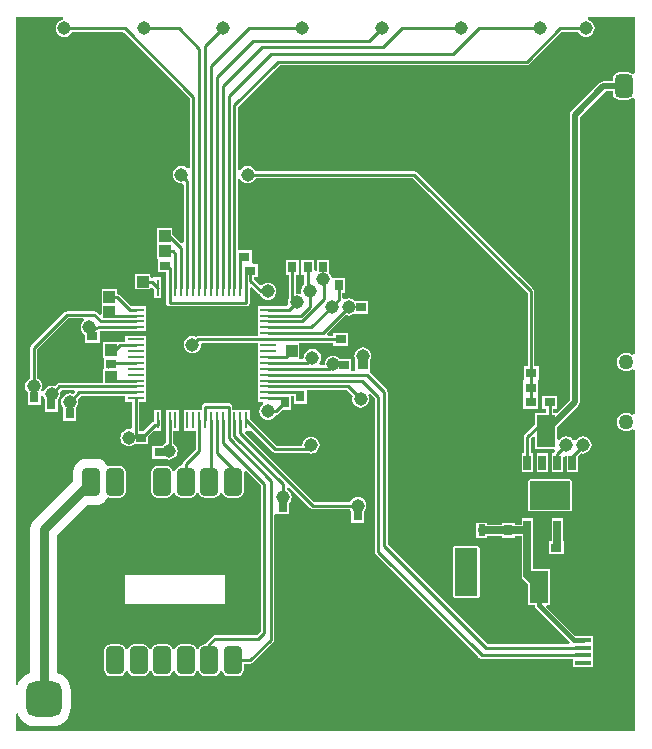
<source format=gbl>
G04*
G04 #@! TF.GenerationSoftware,Altium Limited,Altium Designer,19.0.5 (141)*
G04*
G04 Layer_Physical_Order=2*
G04 Layer_Color=16711680*
%FSLAX25Y25*%
%MOIN*%
G70*
G01*
G75*
%ADD11R,0.03100X0.03800*%
%ADD19C,0.01500*%
%ADD20C,0.01000*%
%ADD21C,0.02000*%
G04:AMPARAMS|DCode=22|XSize=59.06mil|YSize=78.74mil|CornerRadius=14.76mil|HoleSize=0mil|Usage=FLASHONLY|Rotation=0.000|XOffset=0mil|YOffset=0mil|HoleType=Round|Shape=RoundedRectangle|*
%AMROUNDEDRECTD22*
21,1,0.05906,0.04921,0,0,0.0*
21,1,0.02953,0.07874,0,0,0.0*
1,1,0.02953,0.01476,-0.02461*
1,1,0.02953,-0.01476,-0.02461*
1,1,0.02953,-0.01476,0.02461*
1,1,0.02953,0.01476,0.02461*
%
%ADD22ROUNDEDRECTD22*%
%ADD23C,0.05000*%
G04:AMPARAMS|DCode=24|XSize=118.11mil|YSize=118.11mil|CornerRadius=29.53mil|HoleSize=0mil|Usage=FLASHONLY|Rotation=0.000|XOffset=0mil|YOffset=0mil|HoleType=Round|Shape=RoundedRectangle|*
%AMROUNDEDRECTD24*
21,1,0.11811,0.05906,0,0,0.0*
21,1,0.05906,0.11811,0,0,0.0*
1,1,0.05906,0.02953,-0.02953*
1,1,0.05906,-0.02953,-0.02953*
1,1,0.05906,-0.02953,0.02953*
1,1,0.05906,0.02953,0.02953*
%
%ADD24ROUNDEDRECTD24*%
%ADD25C,0.04500*%
%ADD26R,0.03937X0.03937*%
%ADD27R,0.03800X0.03100*%
%ADD28R,0.06299X0.10630*%
%ADD29R,0.02756X0.05118*%
%ADD30R,0.06299X0.08268*%
%ADD31R,0.05315X0.01575*%
%ADD32R,0.07480X0.07087*%
G04:AMPARAMS|DCode=33|XSize=94.49mil|YSize=59.06mil|CornerRadius=14.76mil|HoleSize=0mil|Usage=FLASHONLY|Rotation=90.000|XOffset=0mil|YOffset=0mil|HoleType=Round|Shape=RoundedRectangle|*
%AMROUNDEDRECTD33*
21,1,0.09449,0.02953,0,0,90.0*
21,1,0.06496,0.05906,0,0,90.0*
1,1,0.02953,0.01476,0.03248*
1,1,0.02953,0.01476,-0.03248*
1,1,0.02953,-0.01476,-0.03248*
1,1,0.02953,-0.01476,0.03248*
%
%ADD33ROUNDEDRECTD33*%
%ADD34R,0.02362X0.03937*%
%ADD35R,0.05800X0.01100*%
%ADD36R,0.01100X0.05800*%
%ADD37C,0.03000*%
%ADD38C,0.02500*%
%ADD39R,0.07700X0.15932*%
G36*
X739477Y326502D02*
X738920Y326274D01*
X738677Y326223D01*
X738035Y326652D01*
X737224Y326813D01*
X734272D01*
X733462Y326652D01*
X732775Y326193D01*
X732316Y325506D01*
X732155Y324696D01*
Y323867D01*
X729048D01*
X728424Y323743D01*
X727894Y323389D01*
X718294Y313789D01*
X717941Y313260D01*
X717817Y312635D01*
Y217499D01*
X713468Y213150D01*
X712239D01*
Y214718D01*
X713618D01*
Y219018D01*
X708617D01*
Y214718D01*
X709996D01*
Y213222D01*
X709924Y213150D01*
X706110D01*
Y209336D01*
X702916Y206142D01*
X702672Y205778D01*
X702587Y205349D01*
X702587Y205349D01*
Y199813D01*
X701731D01*
Y193494D01*
X705687D01*
Y199813D01*
X704830D01*
Y204884D01*
X705371Y205425D01*
X706110Y205119D01*
Y201321D01*
X712616D01*
X712947Y200520D01*
X712916Y200489D01*
X712673Y200125D01*
X712610Y199813D01*
X711731D01*
Y193494D01*
X715687D01*
Y198560D01*
X716487Y199065D01*
X716731Y198949D01*
Y193494D01*
X720687D01*
Y199051D01*
X721488Y199853D01*
X722185Y199761D01*
X722929Y199859D01*
X723622Y200146D01*
X724218Y200603D01*
X724675Y201198D01*
X724962Y201891D01*
X725060Y202635D01*
X724962Y203379D01*
X724675Y204073D01*
X724218Y204668D01*
X723622Y205125D01*
X722929Y205412D01*
X722185Y205510D01*
X721441Y205412D01*
X720748Y205125D01*
X720152Y204668D01*
X719896Y204333D01*
X719720Y204273D01*
X719114D01*
X718938Y204333D01*
X718681Y204668D01*
X718085Y205125D01*
X717392Y205412D01*
X716648Y205510D01*
X715904Y205412D01*
X715211Y205125D01*
X714615Y204668D01*
X714409Y204400D01*
X713609Y204671D01*
Y208678D01*
X720602Y215670D01*
X720955Y216199D01*
X721079Y216824D01*
Y311960D01*
X729724Y320604D01*
X732155D01*
Y319775D01*
X732316Y318965D01*
X732775Y318278D01*
X733462Y317819D01*
X734272Y317658D01*
X737224D01*
X738035Y317819D01*
X738677Y318248D01*
X738920Y318196D01*
X739477Y317969D01*
Y232991D01*
X739325Y232864D01*
X738677Y232636D01*
X738225Y232983D01*
X737471Y233296D01*
X736661Y233402D01*
X735852Y233296D01*
X735098Y232983D01*
X734450Y232487D01*
X733954Y231839D01*
X733641Y231085D01*
X733535Y230276D01*
X733641Y229466D01*
X733954Y228712D01*
X734450Y228065D01*
X735098Y227568D01*
X735852Y227255D01*
X736661Y227149D01*
X737471Y227255D01*
X738225Y227568D01*
X738677Y227915D01*
X739325Y227687D01*
X739477Y227560D01*
Y212991D01*
X739325Y212864D01*
X738677Y212636D01*
X738225Y212983D01*
X737471Y213296D01*
X736661Y213402D01*
X735852Y213296D01*
X735098Y212983D01*
X734450Y212487D01*
X733954Y211839D01*
X733641Y211085D01*
X733535Y210276D01*
X733641Y209466D01*
X733954Y208712D01*
X734450Y208065D01*
X735098Y207568D01*
X735852Y207255D01*
X736661Y207149D01*
X737471Y207255D01*
X738225Y207568D01*
X738677Y207915D01*
X739325Y207687D01*
X739477Y207560D01*
Y107224D01*
X533059D01*
Y113064D01*
X533859Y113183D01*
X534014Y112672D01*
X534566Y111637D01*
X535310Y110731D01*
X536217Y109987D01*
X537251Y109434D01*
X538373Y109094D01*
X539540Y108979D01*
X545445D01*
X546612Y109094D01*
X547734Y109434D01*
X548769Y109987D01*
X549675Y110731D01*
X550419Y111637D01*
X550972Y112672D01*
X551312Y113794D01*
X551427Y114961D01*
Y120866D01*
X551312Y122033D01*
X550972Y123155D01*
X550419Y124189D01*
X549675Y125096D01*
X548769Y125840D01*
X547734Y126392D01*
X547031Y126606D01*
Y172621D01*
X556976Y182566D01*
X559797D01*
X560965Y182720D01*
X562054Y183171D01*
X562990Y183889D01*
X563707Y184824D01*
X563821Y185099D01*
X563908Y185125D01*
X564718Y184964D01*
X567671D01*
X568481Y185125D01*
X569168Y185584D01*
X569627Y186271D01*
X569788Y187081D01*
Y193577D01*
X569627Y194387D01*
X569168Y195074D01*
X568481Y195533D01*
X567671Y195694D01*
X564718D01*
X563908Y195533D01*
X563821Y195560D01*
X563707Y195835D01*
X562990Y196770D01*
X562054Y197487D01*
X560965Y197939D01*
X559797Y198092D01*
X556844D01*
X555676Y197939D01*
X554587Y197487D01*
X553652Y196770D01*
X552934Y195835D01*
X552483Y194746D01*
X552329Y193577D01*
Y190757D01*
X539283Y177711D01*
X538562Y176771D01*
X538108Y175676D01*
X537954Y174501D01*
Y126606D01*
X537251Y126392D01*
X536217Y125840D01*
X535310Y125096D01*
X534566Y124189D01*
X534014Y123155D01*
X533859Y122644D01*
X533059Y122763D01*
Y345138D01*
X548748D01*
X548800Y344338D01*
X548604Y344313D01*
X547911Y344025D01*
X547315Y343568D01*
X546859Y342973D01*
X546571Y342280D01*
X546473Y341536D01*
X546571Y340792D01*
X546859Y340099D01*
X547315Y339503D01*
X547911Y339046D01*
X548604Y338759D01*
X549348Y338661D01*
X550092Y338759D01*
X550785Y339046D01*
X551381Y339503D01*
X551837Y340099D01*
X551968Y340414D01*
X568978D01*
X591147Y318245D01*
Y295062D01*
X590429Y294793D01*
X590347Y294781D01*
X589769Y295225D01*
X589076Y295512D01*
X588332Y295610D01*
X587588Y295512D01*
X586894Y295225D01*
X586299Y294768D01*
X585842Y294173D01*
X585555Y293479D01*
X585457Y292735D01*
X585555Y291991D01*
X585842Y291298D01*
X586299Y290703D01*
X586894Y290246D01*
X587588Y289959D01*
X588332Y289861D01*
X588379Y289867D01*
X589179Y289165D01*
Y270222D01*
X588379Y269891D01*
X585317Y272953D01*
Y274981D01*
X580180D01*
Y270481D01*
X580180Y269844D01*
X580180D01*
Y269681D01*
X580180D01*
Y264544D01*
X580545Y264455D01*
Y260155D01*
X583273D01*
Y258605D01*
X583245D01*
Y251605D01*
X583273D01*
Y250005D01*
X583358Y249576D01*
X583602Y249212D01*
X583965Y248969D01*
X584395Y248883D01*
X609985D01*
X610414Y248969D01*
X610778Y249212D01*
X611021Y249576D01*
X611107Y250005D01*
Y251605D01*
X611135D01*
Y254881D01*
X611874Y255187D01*
X614000Y253062D01*
X614000Y253062D01*
X614363Y252819D01*
X614534Y252785D01*
X614686Y252418D01*
X615142Y251822D01*
X615738Y251365D01*
X616431Y251078D01*
X617175Y250980D01*
X617919Y251078D01*
X618612Y251365D01*
X619208Y251822D01*
X619665Y252418D01*
X619952Y253111D01*
X620050Y253855D01*
X619952Y254599D01*
X619665Y255292D01*
X619208Y255888D01*
X618612Y256344D01*
X617919Y256632D01*
X617175Y256730D01*
X616431Y256632D01*
X615738Y256344D01*
X615142Y255888D01*
X614395Y255839D01*
X612479Y257755D01*
X612510Y258555D01*
X613835D01*
Y262855D01*
X612493D01*
X611867Y263274D01*
Y267573D01*
X607170D01*
Y291112D01*
X607923Y291290D01*
X607970Y291284D01*
X608415Y290703D01*
X609011Y290246D01*
X609704Y289959D01*
X610448Y289861D01*
X611192Y289959D01*
X611885Y290246D01*
X612481Y290703D01*
X612937Y291298D01*
X613068Y291614D01*
X665584D01*
X703777Y253421D01*
Y228785D01*
X702398D01*
Y224485D01*
X702398D01*
X702317Y223873D01*
X702317D01*
X702317Y223719D01*
Y219573D01*
X702317D01*
Y219018D01*
X702317D01*
Y214718D01*
X707317D01*
Y219018D01*
X707318D01*
Y219573D01*
X707317D01*
Y223873D01*
X707318D01*
X707398Y224485D01*
X707398D01*
X707398Y224640D01*
Y228785D01*
X706020D01*
Y253885D01*
X706020Y253885D01*
X705934Y254315D01*
X705691Y254679D01*
X705691Y254679D01*
X666841Y293529D01*
X666477Y293772D01*
X666048Y293857D01*
X666048Y293857D01*
X613068D01*
X612937Y294173D01*
X612481Y294768D01*
X611885Y295225D01*
X611192Y295512D01*
X610448Y295610D01*
X609704Y295512D01*
X609011Y295225D01*
X608415Y294768D01*
X607970Y294187D01*
X607923Y294181D01*
X607170Y294359D01*
Y315345D01*
X621139Y329314D01*
X703448D01*
X703448Y329314D01*
X703877Y329399D01*
X704241Y329642D01*
X715013Y340414D01*
X720567D01*
X720698Y340099D01*
X721155Y339503D01*
X721750Y339046D01*
X722443Y338759D01*
X723187Y338661D01*
X723931Y338759D01*
X724625Y339046D01*
X725220Y339503D01*
X725677Y340099D01*
X725964Y340792D01*
X726062Y341536D01*
X725964Y342280D01*
X725677Y342973D01*
X725220Y343568D01*
X724625Y344025D01*
X723931Y344313D01*
X723735Y344338D01*
X723788Y345138D01*
X739477D01*
Y326502D01*
D02*
G37*
%LPC*%
G36*
X637698Y264285D02*
X633398D01*
Y260602D01*
X632598Y261013D01*
Y264285D01*
X628298D01*
Y259285D01*
X629326D01*
Y256279D01*
X629129Y256128D01*
X628672Y255533D01*
X628385Y254839D01*
X628287Y254095D01*
X628373Y253444D01*
X628161Y253178D01*
X627729Y252845D01*
X627519Y252932D01*
X626775Y253029D01*
X626470Y253297D01*
Y259285D01*
X627498D01*
Y264285D01*
X623198D01*
Y259285D01*
X624227D01*
Y251582D01*
X624227Y251582D01*
X624244Y251493D01*
X623998Y250899D01*
X623901Y250155D01*
X623974Y249599D01*
X623630Y249077D01*
X623369Y248840D01*
X620871D01*
Y248869D01*
X613871D01*
Y246569D01*
Y242632D01*
Y238998D01*
X593856D01*
X593856Y238998D01*
X593427Y238912D01*
X593063Y238669D01*
X592747Y238800D01*
X592003Y238898D01*
X591259Y238800D01*
X590566Y238513D01*
X589970Y238056D01*
X589514Y237461D01*
X589226Y236768D01*
X589129Y236024D01*
X589226Y235280D01*
X589514Y234586D01*
X589970Y233991D01*
X590566Y233534D01*
X591259Y233247D01*
X592003Y233149D01*
X592747Y233247D01*
X593440Y233534D01*
X594036Y233991D01*
X594493Y234586D01*
X594780Y235280D01*
X594878Y236024D01*
X594861Y236153D01*
X595388Y236755D01*
X613871D01*
Y232789D01*
Y228852D01*
Y224915D01*
Y220978D01*
Y217041D01*
X615409D01*
X615592Y216643D01*
X615629Y216241D01*
X615142Y215868D01*
X614686Y215273D01*
X614398Y214579D01*
X614300Y213835D01*
X614398Y213091D01*
X614686Y212398D01*
X615142Y211803D01*
X615738Y211346D01*
X616431Y211059D01*
X617175Y210961D01*
X617919Y211059D01*
X618612Y211346D01*
X619208Y211803D01*
X619665Y212398D01*
X619783Y212683D01*
X619844D01*
X619844Y212683D01*
X620273Y212769D01*
X620637Y213012D01*
X621966Y214341D01*
X625030D01*
Y219038D01*
X625893D01*
Y216310D01*
X630193D01*
Y221007D01*
X643441D01*
X645452Y218995D01*
X645321Y218679D01*
X645223Y217935D01*
X645321Y217191D01*
X645609Y216498D01*
X646065Y215903D01*
X646661Y215446D01*
X647354Y215159D01*
X648098Y215061D01*
X648842Y215159D01*
X649535Y215446D01*
X650131Y215903D01*
X650588Y216498D01*
X650875Y217191D01*
X650973Y217935D01*
X650875Y218679D01*
X650588Y219373D01*
X651243Y219782D01*
X652863Y218162D01*
Y166987D01*
X652863Y166987D01*
X652948Y166558D01*
X653191Y166194D01*
X687708Y131678D01*
X687708Y131678D01*
X688071Y131435D01*
X688501Y131349D01*
X688501Y131349D01*
X718935D01*
Y128524D01*
X725450D01*
Y131084D01*
Y133642D01*
Y136202D01*
Y138976D01*
X719665D01*
X709980Y148661D01*
X710287Y149400D01*
X711277D01*
Y161230D01*
X705595D01*
Y171841D01*
X705687D01*
Y178159D01*
X701731D01*
Y176046D01*
X699441D01*
Y176660D01*
X695141D01*
Y176046D01*
X690277D01*
Y176728D01*
X686715D01*
Y174688D01*
X686610Y174160D01*
X686715Y173631D01*
Y171591D01*
X690277D01*
Y172274D01*
X695141D01*
Y171660D01*
X699441D01*
Y172274D01*
X701731D01*
Y171841D01*
X701822D01*
Y159134D01*
X701966Y158412D01*
X702375Y157800D01*
X703778Y156397D01*
Y149400D01*
X706151D01*
Y149167D01*
X706256Y148641D01*
X706554Y148194D01*
X717797Y136951D01*
X717465Y136152D01*
X690482D01*
X657074Y169559D01*
Y220341D01*
X656989Y220770D01*
X656746Y221134D01*
X656746Y221134D01*
X651567Y226313D01*
X651259Y226985D01*
Y230703D01*
X651332Y230798D01*
X651619Y231491D01*
X651717Y232235D01*
X651619Y232979D01*
X651332Y233673D01*
X650875Y234268D01*
X650279Y234725D01*
X649586Y235012D01*
X648842Y235110D01*
X648098Y235012D01*
X647405Y234725D01*
X646809Y234268D01*
X646353Y233673D01*
X646065Y232979D01*
X645967Y232235D01*
X646065Y231491D01*
X646259Y231025D01*
Y227187D01*
X644959D01*
Y231285D01*
X641197D01*
X640981Y231568D01*
X640385Y232025D01*
X639692Y232312D01*
X638948Y232410D01*
X638204Y232312D01*
X637511Y232025D01*
X636915Y231568D01*
X636459Y230973D01*
X636171Y230279D01*
X636073Y229535D01*
X635740Y229155D01*
X634618D01*
X634605Y229169D01*
X634274Y229955D01*
X634538Y230298D01*
X634825Y230991D01*
X634923Y231735D01*
X634825Y232479D01*
X634538Y233173D01*
X634081Y233768D01*
X633485Y234225D01*
X632792Y234512D01*
X632048Y234610D01*
X631304Y234512D01*
X630611Y234225D01*
X630015Y233768D01*
X629559Y233173D01*
X629271Y232479D01*
X629173Y231735D01*
X629175Y231725D01*
X628647Y231124D01*
X628412D01*
X627716Y231377D01*
Y236514D01*
X628417Y236755D01*
X638998D01*
Y235685D01*
X643998D01*
Y239985D01*
X638998D01*
Y238998D01*
X637328D01*
X636997Y239798D01*
X643188Y245990D01*
X643504Y245859D01*
X644248Y245761D01*
X644992Y245859D01*
X645685Y246146D01*
X645997Y246385D01*
X650598D01*
Y250685D01*
X646258D01*
X645685Y251125D01*
X644992Y251412D01*
X644248Y251510D01*
X643504Y251412D01*
X642811Y251125D01*
X642744Y251074D01*
X641970Y251488D01*
Y253435D01*
X642998D01*
Y258435D01*
X639081D01*
X638698Y258435D01*
X638218Y259037D01*
X638037Y259473D01*
X637698Y259915D01*
Y264285D01*
D02*
G37*
G36*
X578017Y259581D02*
X572880D01*
Y254444D01*
X578017D01*
Y254797D01*
X578707Y255093D01*
X579308Y254606D01*
Y251605D01*
X581608D01*
Y258605D01*
X579308D01*
Y258605D01*
X578550Y258134D01*
X578017Y258667D01*
Y259581D01*
D02*
G37*
G36*
X566917Y254481D02*
X561779D01*
Y249344D01*
Y246235D01*
X561040Y245929D01*
X560141Y246829D01*
X559777Y247072D01*
X559348Y247157D01*
X559348Y247157D01*
X550148D01*
X550148Y247157D01*
X549719Y247072D01*
X549355Y246829D01*
X549355Y246829D01*
X538346Y235819D01*
X538102Y235455D01*
X538017Y235026D01*
X538017Y235026D01*
Y224824D01*
X537701Y224693D01*
X537106Y224236D01*
X536649Y223641D01*
X536362Y222947D01*
X536264Y222203D01*
X536362Y221459D01*
X536649Y220766D01*
X537106Y220171D01*
X537198Y220100D01*
Y216055D01*
X541498D01*
Y218942D01*
X542211Y219152D01*
X542262Y219156D01*
X542344Y218809D01*
X542631Y218116D01*
X542898Y217768D01*
Y213662D01*
X547198D01*
Y217579D01*
X547610Y218116D01*
X547897Y218809D01*
X547995Y219553D01*
X547897Y220297D01*
X547888Y220319D01*
X548418Y221007D01*
X552488D01*
X552820Y220207D01*
X552162Y219549D01*
X551847Y219680D01*
X551103Y219778D01*
X550359Y219680D01*
X549665Y219393D01*
X549070Y218936D01*
X548613Y218341D01*
X548326Y217647D01*
X548228Y216903D01*
X548326Y216159D01*
X548613Y215466D01*
X548953Y215024D01*
Y210685D01*
X553253D01*
Y215024D01*
X553592Y215466D01*
X553879Y216159D01*
X553977Y216903D01*
X553879Y217647D01*
X553748Y217963D01*
X554823Y219038D01*
X569571D01*
Y217041D01*
X571950D01*
Y208425D01*
X571150Y207839D01*
X570843Y207879D01*
X570099Y207782D01*
X569405Y207494D01*
X568810Y207038D01*
X568353Y206442D01*
X568066Y205749D01*
X567968Y205005D01*
X568066Y204261D01*
X568353Y203568D01*
X568810Y202972D01*
X569405Y202516D01*
X570099Y202228D01*
X570843Y202130D01*
X571587Y202228D01*
X572280Y202516D01*
X572722Y202855D01*
X577276D01*
Y205569D01*
X578656Y206949D01*
X579308Y207305D01*
Y207305D01*
X579308Y207305D01*
X581608D01*
Y214305D01*
X579308D01*
Y210432D01*
X579033Y210377D01*
X578669Y210134D01*
X578669Y210134D01*
X575690Y207155D01*
X574193D01*
Y217041D01*
X576571D01*
Y219010D01*
Y222947D01*
Y226884D01*
Y230821D01*
Y234758D01*
Y239026D01*
X569571D01*
Y237029D01*
X567877D01*
X567877Y237029D01*
X567448Y236944D01*
X567354Y236881D01*
X562380D01*
Y231744D01*
X562393D01*
Y228004D01*
X562380D01*
Y223250D01*
X547695D01*
X547695Y223250D01*
X547266Y223164D01*
X546902Y222921D01*
X546902Y222921D01*
X546180Y222199D01*
X545865Y222330D01*
X545121Y222428D01*
X544377Y222330D01*
X543683Y222043D01*
X543088Y221586D01*
X542631Y220991D01*
X542503Y220681D01*
X541648Y220708D01*
X541628Y220766D01*
X541915Y221459D01*
X542013Y222203D01*
X541915Y222947D01*
X541628Y223641D01*
X541171Y224236D01*
X540576Y224693D01*
X540260Y224824D01*
Y234561D01*
X550613Y244914D01*
X555640D01*
X555911Y244114D01*
X555591Y243868D01*
X555134Y243273D01*
X554847Y242579D01*
X554749Y241835D01*
X554847Y241091D01*
X555134Y240398D01*
X555591Y239803D01*
X556093Y239418D01*
Y236695D01*
X561093D01*
Y240692D01*
X569571D01*
Y240663D01*
X576571D01*
Y244600D01*
Y248869D01*
X571521D01*
X567684Y252706D01*
X567320Y252949D01*
X566917Y253029D01*
Y254481D01*
D02*
G37*
G36*
X604080Y216527D02*
X596206D01*
X595776Y216441D01*
X595413Y216198D01*
X595169Y215834D01*
X595084Y215405D01*
Y214305D01*
X589150D01*
Y207305D01*
X593116D01*
Y201164D01*
X589024Y197072D01*
X588780Y196708D01*
X588695Y196279D01*
X588213Y195669D01*
X587530Y195533D01*
X586843Y195074D01*
X586384Y194387D01*
X586287Y193901D01*
X585472D01*
X585375Y194387D01*
X584916Y195074D01*
X584229Y195533D01*
X583419Y195694D01*
X580466D01*
X579656Y195533D01*
X578969Y195074D01*
X578510Y194387D01*
X578349Y193577D01*
Y187081D01*
X578510Y186271D01*
X578969Y185584D01*
X579656Y185125D01*
X580466Y184964D01*
X583419D01*
X584229Y185125D01*
X584916Y185584D01*
X585375Y186271D01*
X585472Y186758D01*
X586287D01*
X586384Y186271D01*
X586843Y185584D01*
X587530Y185125D01*
X588340Y184964D01*
X591293D01*
X592103Y185125D01*
X592790Y185584D01*
X593249Y186271D01*
X593346Y186758D01*
X594162D01*
X594258Y186271D01*
X594717Y185584D01*
X595404Y185125D01*
X596214Y184964D01*
X599167D01*
X599977Y185125D01*
X600664Y185584D01*
X601123Y186271D01*
X601220Y186758D01*
X602036D01*
X602132Y186271D01*
X602591Y185584D01*
X603278Y185125D01*
X604088Y184964D01*
X607041D01*
X607851Y185125D01*
X608538Y185584D01*
X608997Y186271D01*
X609158Y187081D01*
Y193577D01*
X609151Y193615D01*
X609888Y194009D01*
X614721Y189176D01*
Y140369D01*
X613578Y139226D01*
X599543D01*
X599543Y139226D01*
X599113Y139141D01*
X598750Y138898D01*
X598750Y138898D01*
X596898Y137046D01*
X596655Y136682D01*
X596569Y136253D01*
X596271Y136247D01*
X596214Y136246D01*
X595404Y136084D01*
X594717Y135626D01*
X594258Y134939D01*
X594162Y134452D01*
X593346D01*
X593249Y134939D01*
X592790Y135626D01*
X592103Y136084D01*
X591293Y136246D01*
X588340D01*
X587530Y136084D01*
X586843Y135626D01*
X586384Y134939D01*
X586287Y134452D01*
X585472D01*
X585375Y134939D01*
X584916Y135626D01*
X584229Y136084D01*
X583419Y136246D01*
X580466D01*
X579656Y136084D01*
X578969Y135626D01*
X578510Y134939D01*
X578413Y134452D01*
X577598D01*
X577501Y134939D01*
X577042Y135626D01*
X576355Y136084D01*
X575545Y136246D01*
X572592D01*
X571782Y136084D01*
X571095Y135626D01*
X570636Y134939D01*
X570539Y134452D01*
X569724D01*
X569627Y134939D01*
X569168Y135626D01*
X568481Y136084D01*
X567671Y136246D01*
X564718D01*
X563908Y136084D01*
X563221Y135626D01*
X562762Y134939D01*
X562601Y134129D01*
Y127632D01*
X562762Y126822D01*
X563221Y126136D01*
X563908Y125677D01*
X564718Y125515D01*
X567671D01*
X568481Y125677D01*
X569168Y126136D01*
X569627Y126822D01*
X569724Y127309D01*
X570539D01*
X570636Y126822D01*
X571095Y126136D01*
X571782Y125677D01*
X572592Y125515D01*
X575545D01*
X576355Y125677D01*
X577042Y126136D01*
X577501Y126822D01*
X577598Y127309D01*
X578413D01*
X578510Y126822D01*
X578969Y126136D01*
X579656Y125677D01*
X580466Y125515D01*
X583419D01*
X584229Y125677D01*
X584916Y126136D01*
X585375Y126822D01*
X585472Y127310D01*
X586287D01*
X586384Y126822D01*
X586843Y126136D01*
X587530Y125677D01*
X588340Y125515D01*
X591293D01*
X592103Y125677D01*
X592790Y126136D01*
X593249Y126822D01*
X593346Y127309D01*
X594162D01*
X594258Y126822D01*
X594717Y126136D01*
X595404Y125677D01*
X596214Y125515D01*
X599167D01*
X599977Y125677D01*
X600664Y126136D01*
X601123Y126822D01*
X601220Y127309D01*
X602036D01*
X602132Y126822D01*
X602591Y126136D01*
X603278Y125677D01*
X604088Y125515D01*
X607041D01*
X607851Y125677D01*
X608538Y126136D01*
X608997Y126822D01*
X609158Y127632D01*
Y129759D01*
X611363D01*
X611363Y129759D01*
X611792Y129844D01*
X612156Y130087D01*
X618936Y136867D01*
X618936Y136867D01*
X619179Y137231D01*
X619264Y137660D01*
X619264Y137660D01*
Y179376D01*
X619998Y179535D01*
Y179535D01*
X624298D01*
Y183235D01*
X624731Y183798D01*
X625018Y184491D01*
X625116Y185235D01*
X625018Y185979D01*
X624731Y186673D01*
X624274Y187268D01*
X623678Y187725D01*
X623584Y187764D01*
Y188302D01*
X624370Y188627D01*
X631355Y181642D01*
X631719Y181399D01*
X632148Y181314D01*
X632148Y181314D01*
X644528D01*
X644659Y180998D01*
X644998Y180556D01*
Y176685D01*
X649298D01*
Y180556D01*
X649638Y180998D01*
X649925Y181691D01*
X650023Y182435D01*
X649925Y183179D01*
X649638Y183873D01*
X649181Y184468D01*
X648585Y184925D01*
X647892Y185212D01*
X647148Y185310D01*
X646404Y185212D01*
X645711Y184925D01*
X645115Y184468D01*
X644659Y183873D01*
X644528Y183557D01*
X632613D01*
X609665Y206505D01*
X609996Y207305D01*
X611135D01*
Y207305D01*
X611675Y207529D01*
X618792Y200412D01*
X619156Y200169D01*
X619585Y200083D01*
X619585Y200083D01*
X630067D01*
X630085Y200070D01*
X630779Y199782D01*
X631523Y199685D01*
X632267Y199782D01*
X632960Y200070D01*
X633555Y200526D01*
X634012Y201122D01*
X634299Y201815D01*
X634397Y202559D01*
X634299Y203303D01*
X634012Y203996D01*
X633555Y204592D01*
X632960Y205048D01*
X632267Y205336D01*
X631523Y205434D01*
X630779Y205336D01*
X630085Y205048D01*
X629490Y204592D01*
X629033Y203996D01*
X628746Y203303D01*
X628648Y202559D01*
X628444Y202326D01*
X620050D01*
X611135Y211241D01*
Y214305D01*
X605201D01*
Y215405D01*
X605116Y215834D01*
X604873Y216198D01*
X604509Y216441D01*
X604080Y216527D01*
D02*
G37*
G36*
X587513Y214305D02*
X583245D01*
Y207305D01*
X583273D01*
Y203316D01*
X582811Y203125D01*
X582215Y202668D01*
X581998Y202385D01*
X578598D01*
Y198085D01*
X582957D01*
X583504Y197859D01*
X584248Y197761D01*
X584992Y197859D01*
X585685Y198146D01*
X586281Y198603D01*
X586737Y199198D01*
X587025Y199891D01*
X587123Y200635D01*
X587025Y201379D01*
X586737Y202073D01*
X586281Y202668D01*
X585685Y203125D01*
X585516Y203195D01*
Y207305D01*
X587513D01*
Y214305D01*
D02*
G37*
G36*
X710687Y199813D02*
X706731D01*
Y193494D01*
X710687D01*
Y199813D01*
D02*
G37*
G36*
X717902Y191201D02*
X704514D01*
X704055Y191010D01*
X703865Y190551D01*
Y181101D01*
X704055Y180642D01*
X704514Y180452D01*
X717902D01*
X718361Y180642D01*
X718551Y181101D01*
Y190551D01*
X718361Y191010D01*
X717902Y191201D01*
D02*
G37*
G36*
X715687Y178159D02*
X711731D01*
Y171841D01*
X711822D01*
Y170501D01*
X710835D01*
Y166200D01*
X715835D01*
Y170501D01*
X715595D01*
Y171841D01*
X715687D01*
Y178159D01*
D02*
G37*
G36*
X686537Y168854D02*
X682975D01*
Y168841D01*
X679396D01*
X678937Y168650D01*
X678747Y168191D01*
Y152259D01*
X678937Y151800D01*
X679396Y151610D01*
X687096D01*
X687555Y151800D01*
X687745Y152259D01*
Y158941D01*
X687846D01*
Y163241D01*
X687745D01*
Y168191D01*
X687555Y168650D01*
X687096Y168841D01*
X686537D01*
Y168854D01*
D02*
G37*
G36*
X603006Y159424D02*
X569541Y159424D01*
Y149581D01*
X603006Y149581D01*
Y159424D01*
D02*
G37*
%LPD*%
G36*
X717902Y181101D02*
X704514D01*
Y190551D01*
X717902D01*
Y181101D01*
D02*
G37*
D11*
X630448Y268085D02*
D03*
Y261785D02*
D03*
X635548Y268085D02*
D03*
Y261785D02*
D03*
X625348Y268085D02*
D03*
Y261785D02*
D03*
X640848Y262235D02*
D03*
Y255935D02*
D03*
X647148Y172885D02*
D03*
Y179185D02*
D03*
X622148Y175735D02*
D03*
Y182035D02*
D03*
X551103Y206885D02*
D03*
Y213185D02*
D03*
X545048Y209862D02*
D03*
Y216162D02*
D03*
X539348Y212255D02*
D03*
Y218555D02*
D03*
X697291Y174160D02*
D03*
Y167860D02*
D03*
X628043Y218810D02*
D03*
Y212510D02*
D03*
X622880Y216841D02*
D03*
Y210541D02*
D03*
D19*
X707528Y149167D02*
Y155315D01*
Y149167D02*
X719106Y137589D01*
X722193D01*
D20*
X561043Y241813D02*
G03*
X558593Y239363I0J-2450D01*
G01*
X623174Y231971D02*
X625148Y233945D01*
X617371Y231971D02*
X623174D01*
X588332Y255105D02*
Y268352D01*
X584271Y272413D02*
X588332Y268352D01*
X582748Y272413D02*
X584271D01*
X582748Y267113D02*
X585578D01*
X586363Y266327D01*
Y255105D02*
Y266327D01*
X578550Y257013D02*
X580458Y255105D01*
X575448Y257013D02*
X578550D01*
X564348Y251913D02*
X566891D01*
X571085Y247719D01*
X573071D01*
X564348Y246913D02*
X565510Y245750D01*
X573071D01*
X564948Y225435D02*
X566287Y224097D01*
X573071D01*
X566195Y234225D02*
X567877Y235908D01*
X573071D01*
X609985Y255105D02*
Y260705D01*
X582343Y262407D02*
X583045Y261705D01*
X584395D01*
X561043Y241813D02*
X573071D01*
Y205005D02*
Y218191D01*
X539139Y222203D02*
Y235026D01*
X550148Y246035D01*
X559348D01*
X561602Y243782D01*
X573071D01*
X592269Y255105D02*
Y318709D01*
X569442Y341536D02*
X592269Y318709D01*
X549348Y341536D02*
X569442D01*
X594237Y255105D02*
Y334714D01*
X587415Y341536D02*
X594237Y334714D01*
X575782Y341536D02*
X587415D01*
X714548D02*
X723187D01*
X703448Y330435D02*
X714548Y341536D01*
X620675Y330435D02*
X703448D01*
X687548Y341536D02*
X707953D01*
X678948Y332935D02*
X687548Y341536D01*
X618210Y332935D02*
X678948D01*
X661848Y341536D02*
X681519D01*
X655548Y335235D02*
X661848Y341536D01*
X615148Y335235D02*
X655548D01*
X606048Y315809D02*
X620675Y330435D01*
X604080Y318805D02*
X618210Y332935D01*
X602111Y322199D02*
X615148Y335235D01*
X650984Y337435D02*
X655085Y341536D01*
X612348Y337435D02*
X650984D01*
X600143Y325230D02*
X612348Y337435D01*
X590300Y255105D02*
Y290767D01*
X588332Y292735D02*
X590300Y290767D01*
X610448Y292735D02*
X666048D01*
X704898Y253885D01*
Y226635D02*
Y253885D01*
X630315Y230002D02*
X632048Y231735D01*
X617371Y230002D02*
X630315D01*
X637446Y228034D02*
X638948Y229535D01*
X617371Y228034D02*
X637446D01*
X643905Y222128D02*
X648098Y217935D01*
X617371Y222128D02*
X643905D01*
X718709Y198659D02*
X722685Y202635D01*
X718709Y196653D02*
Y198659D01*
X713709Y199696D02*
X716648Y202635D01*
X713709Y196653D02*
Y199696D01*
X632148Y182435D02*
X647148D01*
X608017Y206567D02*
X632148Y182435D01*
X622241Y185235D02*
Y189442D01*
X606048Y205635D02*
X622241Y189442D01*
X608017Y206567D02*
Y210805D01*
X606048Y205635D02*
Y210805D01*
X618143Y137660D02*
Y190741D01*
X604080Y204804D02*
X618143Y190741D01*
X604080Y204804D02*
Y210805D01*
X615843Y139905D02*
Y189641D01*
X602111Y203372D02*
X615843Y189641D01*
X602111Y203372D02*
Y210805D01*
X619585Y201205D02*
X631480D01*
X609985Y210805D02*
X619585Y201205D01*
X630448Y254809D02*
X631162Y254095D01*
X630448Y254809D02*
Y261785D01*
X625348Y251582D02*
X626775Y250155D01*
X625348Y251582D02*
Y261785D01*
X638448Y248735D02*
X640848Y251135D01*
Y255935D01*
X641457Y237876D02*
X641498Y237835D01*
X617371Y237876D02*
X641457D01*
X592003Y236024D02*
X593856Y237876D01*
X617371D01*
Y239845D02*
X635457D01*
X617371Y241813D02*
X631526D01*
X584248Y200635D02*
X584395Y200782D01*
Y210805D01*
X551103Y216903D02*
X554359Y220160D01*
X573071D01*
X545121Y219553D02*
X547695Y222128D01*
X573071D01*
X631526Y241813D02*
X638448Y248735D01*
X635457Y239845D02*
X644248Y248635D01*
X635548Y258035D02*
X636048Y257535D01*
Y251235D02*
Y257535D01*
X628594Y243782D02*
X636048Y251235D01*
X617371Y243782D02*
X628594D01*
X631162Y248736D02*
Y254095D01*
X628176Y245750D02*
X631162Y248736D01*
X617371Y245750D02*
X628176D01*
X624339Y247719D02*
X626775Y250155D01*
X617371Y247719D02*
X624339D01*
X606048Y255105D02*
Y315809D01*
X604080Y255105D02*
Y318805D01*
X602111Y255105D02*
Y322199D01*
X600143Y255105D02*
Y325230D01*
X610848Y341536D02*
X628651D01*
X598174Y328861D02*
X610848Y341536D01*
X598174Y255105D02*
Y328861D01*
X596206Y335525D02*
X602216Y341536D01*
X596206Y255105D02*
Y335525D01*
X703709Y205349D02*
X711118Y212757D01*
X703709Y196653D02*
Y205349D01*
X711118Y212757D02*
Y216868D01*
X704817Y221723D02*
X704898Y221803D01*
Y226635D01*
X704817Y216868D02*
Y221723D01*
X688501Y132471D02*
X722193D01*
X653984Y166987D02*
X688501Y132471D01*
X653984Y166987D02*
Y218627D01*
X648514Y224097D02*
X653984Y218627D01*
X617371Y224097D02*
X648514D01*
X617371Y226065D02*
X650229D01*
X655953Y220341D01*
Y169095D02*
Y220341D01*
Y169095D02*
X690017Y135030D01*
X722193D01*
X614793Y253855D02*
X617175D01*
X611335Y257312D02*
X614793Y253855D01*
X589817Y196279D02*
X594237Y200699D01*
X617371Y220160D02*
X626843D01*
X584395Y250005D02*
X609985D01*
X598174Y190813D02*
Y210805D01*
X611363Y130880D02*
X618143Y137660D01*
X614043Y138105D02*
X615843Y139905D01*
X564893Y230002D02*
X573071D01*
X574776Y205005D02*
X575126D01*
X579462Y209341D01*
X596206Y215405D02*
X604080D01*
X619844Y213805D02*
X622880Y216841D01*
X621530Y218191D02*
X622880Y216841D01*
X597691Y190329D02*
X598174Y190813D01*
X599543Y138105D02*
X614043D01*
X597691Y136253D02*
X599543Y138105D01*
X605565Y130880D02*
X611363D01*
X684496Y154791D02*
X684756Y155051D01*
X597691Y130880D02*
Y136253D01*
X600143Y200054D02*
Y210805D01*
Y200054D02*
X605565Y194632D01*
X608017Y255105D02*
Y265423D01*
X584395Y250005D02*
Y255105D01*
Y261705D01*
X589817Y190329D02*
Y196279D01*
X596206Y210805D02*
Y215405D01*
X594237Y200699D02*
Y210805D01*
X604080D02*
Y215405D01*
X609985Y250005D02*
Y255105D01*
X611335Y257312D02*
Y260705D01*
X563843Y228952D02*
X564893Y230002D01*
X563843Y228652D02*
Y228952D01*
X580458Y209391D02*
Y210805D01*
X580408Y209341D02*
X580458Y209391D01*
X579462Y209341D02*
X580408D01*
X605565Y190329D02*
Y194632D01*
X609985Y260705D02*
X611335D01*
X608017Y265423D02*
X609367D01*
X617443Y213805D02*
X619844D01*
X617371Y218191D02*
X621530D01*
D21*
X709860Y207235D02*
X719448Y216824D01*
Y312635D01*
X729048Y322235D01*
X735748D01*
D22*
D03*
Y312635D02*
D03*
D23*
X736661Y220276D02*
D03*
Y230276D02*
D03*
Y210276D02*
D03*
D24*
X542493Y117913D02*
D03*
D25*
X620548Y268352D02*
D03*
X634248Y303135D02*
D03*
X543648Y312435D02*
D03*
X543848Y265135D02*
D03*
X544448Y200412D02*
D03*
X729348Y293035D02*
D03*
Y244435D02*
D03*
Y216903D02*
D03*
Y171035D02*
D03*
X554548Y118035D02*
D03*
X704248D02*
D03*
X629398D02*
D03*
X552348Y132435D02*
D03*
X601748Y178235D02*
D03*
X552348Y159635D02*
D03*
X584748Y221459D02*
D03*
X607248D02*
D03*
X634825Y211635D02*
D03*
X617175Y213835D02*
D03*
X588332Y292735D02*
D03*
X610448D02*
D03*
X648842Y232235D02*
D03*
X632048Y231735D02*
D03*
X638948Y229535D02*
D03*
X648098Y217935D02*
D03*
X722185Y202635D02*
D03*
X716648D02*
D03*
X647148Y182435D02*
D03*
X622241Y185235D02*
D03*
X584248Y200635D02*
D03*
X551103Y216903D02*
D03*
X545121Y219553D02*
D03*
X539139Y222203D02*
D03*
X557624Y241835D02*
D03*
X592003Y236024D02*
D03*
X644248Y248635D02*
D03*
X638448Y248735D02*
D03*
X635548Y258035D02*
D03*
X631162Y254095D02*
D03*
X626775Y250155D02*
D03*
X723187Y341536D02*
D03*
X707953D02*
D03*
X681519D02*
D03*
X655085D02*
D03*
X628651D02*
D03*
X602216D02*
D03*
X575782D02*
D03*
X549348D02*
D03*
X631523Y202559D02*
D03*
X617175Y253855D02*
D03*
X683346Y154791D02*
D03*
X566443Y188205D02*
D03*
X570843Y205005D02*
D03*
D26*
X625148Y233945D02*
D03*
X582748Y272413D02*
D03*
Y267113D02*
D03*
X575448Y257013D02*
D03*
X564348Y251913D02*
D03*
Y246913D02*
D03*
X564948Y234313D02*
D03*
Y225435D02*
D03*
D27*
X642459Y229135D02*
D03*
X648759D02*
D03*
X654398Y248535D02*
D03*
X648098D02*
D03*
X647798Y237835D02*
D03*
X641498D02*
D03*
X574798Y200235D02*
D03*
X581098D02*
D03*
X711198Y226635D02*
D03*
X704898D02*
D03*
X713335Y168351D02*
D03*
X719635D02*
D03*
X611335Y260705D02*
D03*
X617635D02*
D03*
X558593Y238845D02*
D03*
X564893D02*
D03*
Y229635D02*
D03*
X558593D02*
D03*
X711118Y221723D02*
D03*
X704817D02*
D03*
Y216868D02*
D03*
X711118D02*
D03*
X583045Y262305D02*
D03*
X576745D02*
D03*
X574776Y205005D02*
D03*
X581076D02*
D03*
X609367Y265423D02*
D03*
X615667D02*
D03*
X685346Y161091D02*
D03*
X691646D02*
D03*
D28*
X718551Y155315D02*
D03*
X707528D02*
D03*
X698836Y207235D02*
D03*
X709860D02*
D03*
D29*
X713709Y196653D02*
D03*
X718709D02*
D03*
X708709D02*
D03*
X703709D02*
D03*
X713709Y175000D02*
D03*
X718709D02*
D03*
X708709D02*
D03*
X703709D02*
D03*
D30*
X722685Y120266D02*
D03*
Y144676D02*
D03*
D31*
X722193Y127353D02*
D03*
Y129912D02*
D03*
Y132471D02*
D03*
Y135030D02*
D03*
Y137589D02*
D03*
D32*
X732724Y117510D02*
D03*
Y127943D02*
D03*
Y136998D02*
D03*
Y147432D02*
D03*
D33*
X581943Y130880D02*
D03*
X589817D02*
D03*
X597691D02*
D03*
X605565D02*
D03*
X574069D02*
D03*
X566195D02*
D03*
X558321D02*
D03*
Y190329D02*
D03*
X566195D02*
D03*
X574069D02*
D03*
X581943D02*
D03*
X589817D02*
D03*
X597691D02*
D03*
X605565D02*
D03*
D34*
X692236Y166286D02*
D03*
X684756D02*
D03*
X688496Y174160D02*
D03*
D35*
X573071Y218191D02*
D03*
Y220160D02*
D03*
Y222128D02*
D03*
Y224097D02*
D03*
Y226065D02*
D03*
Y228034D02*
D03*
Y230002D02*
D03*
Y231971D02*
D03*
Y233939D02*
D03*
Y235908D02*
D03*
Y237876D02*
D03*
Y239845D02*
D03*
Y241813D02*
D03*
Y243782D02*
D03*
Y245750D02*
D03*
Y247719D02*
D03*
X617371D02*
D03*
Y245750D02*
D03*
Y243782D02*
D03*
Y241813D02*
D03*
Y239845D02*
D03*
Y237876D02*
D03*
Y235908D02*
D03*
Y233939D02*
D03*
Y231971D02*
D03*
Y230002D02*
D03*
Y228034D02*
D03*
Y226065D02*
D03*
Y224097D02*
D03*
Y222128D02*
D03*
Y220160D02*
D03*
Y218191D02*
D03*
D36*
X580458Y255105D02*
D03*
X582426D02*
D03*
X584395D02*
D03*
X586363D02*
D03*
X588332D02*
D03*
X590300D02*
D03*
X592269D02*
D03*
X594237D02*
D03*
X596206D02*
D03*
X598174D02*
D03*
X600143D02*
D03*
X602111D02*
D03*
X604080D02*
D03*
X606048D02*
D03*
X608017D02*
D03*
X609985D02*
D03*
Y210805D02*
D03*
X608017D02*
D03*
X606048D02*
D03*
X604080D02*
D03*
X602111D02*
D03*
X600143D02*
D03*
X598174D02*
D03*
X596206D02*
D03*
X594237D02*
D03*
X592269D02*
D03*
X590300D02*
D03*
X588332D02*
D03*
X586363D02*
D03*
X584395D02*
D03*
X582426D02*
D03*
X580458D02*
D03*
D37*
X542493Y174501D02*
X558321Y190329D01*
X542493Y117913D02*
Y174501D01*
D38*
X697291Y174160D02*
X702869D01*
X688496D02*
X697291D01*
X702869D02*
X703709Y175000D01*
X713709Y169095D02*
Y175000D01*
X703709Y159134D02*
X707528Y155315D01*
X703709Y159134D02*
Y175000D01*
D39*
X683246Y160225D02*
D03*
M02*

</source>
